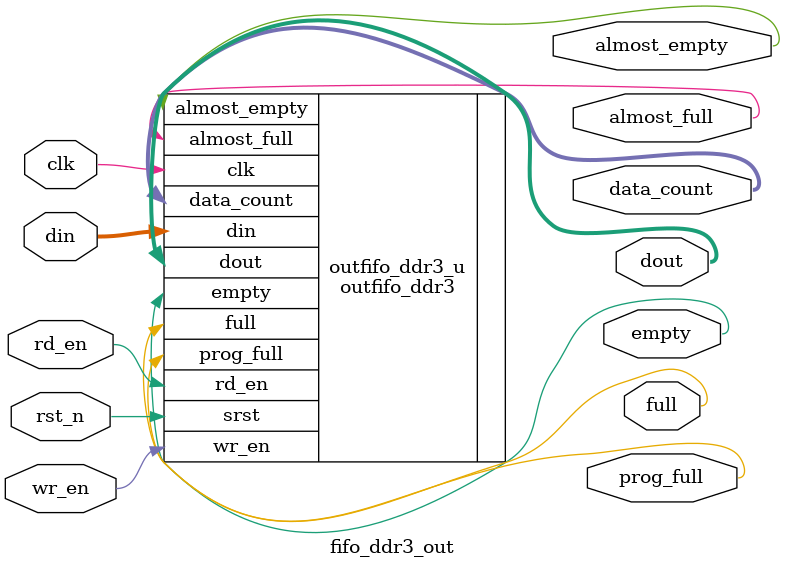
<source format=v>
module fifo_ddr3_out (
	input           clk,
    input           rst_n,
    input [511:0]   din,
    input           wr_en,
    input           rd_en,

    output [511:0]  dout,
    output          full,
    output          almost_full,
	output 			prog_full,
    output          empty,
    output          almost_empty,
    output [6:0]    data_count
    );

outfifo_ddr3		outfifo_ddr3_u(
	.srst					(rst_n)						,	// clear signal, High_active
	.clk					(clk)						,
	.din					(din)						,
	.wr_en					(wr_en)						,
	.rd_en					(rd_en)						,
	.full					(full)						,
	.almost_full			(almost_full)				,
	.prog_full				(prog_full)					,
	.empty					(empty)						,
	.almost_empty			(almost_empty)				,
	.dout					(dout)						,
	.data_count 			(data_count)

	);
endmodule // the end of fifo_ddr3_out

</source>
